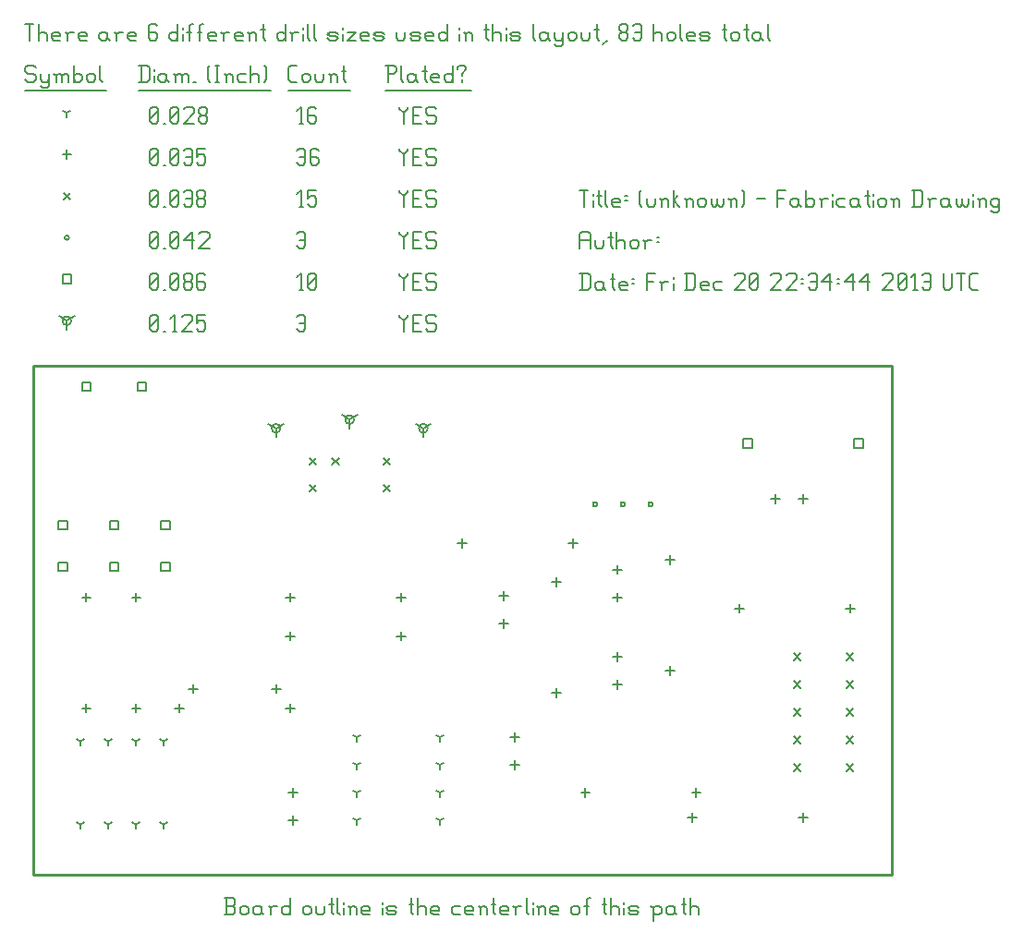
<source format=gbr>
G04 start of page 9 for group -3984 idx -3984 *
G04 Title: (unknown), fab *
G04 Creator: pcb 20110918 *
G04 CreationDate: Fri Dec 20 22:34:44 2013 UTC *
G04 For: fosse *
G04 Format: Gerber/RS-274X *
G04 PCB-Dimensions: 316500 193500 *
G04 PCB-Coordinate-Origin: lower left *
%MOIN*%
%FSLAX25Y25*%
%LNFAB*%
%ADD84C,0.0100*%
%ADD83C,0.0060*%
%ADD82C,0.0080*%
G54D82*X117000Y169083D02*Y165883D01*
Y169083D02*X119773Y170683D01*
X117000Y169083D02*X114227Y170683D01*
X115400Y169083D02*G75*G03X118600Y169083I1600J0D01*G01*
G75*G03X115400Y169083I-1600J0D01*G01*
X90425Y165933D02*Y162733D01*
Y165933D02*X93198Y167533D01*
X90425Y165933D02*X87652Y167533D01*
X88825Y165933D02*G75*G03X92025Y165933I1600J0D01*G01*
G75*G03X88825Y165933I-1600J0D01*G01*
X143575D02*Y162733D01*
Y165933D02*X146348Y167533D01*
X143575Y165933D02*X140802Y167533D01*
X141975Y165933D02*G75*G03X145175Y165933I1600J0D01*G01*
G75*G03X141975Y165933I-1600J0D01*G01*
X15000Y204750D02*Y201550D01*
Y204750D02*X17773Y206350D01*
X15000Y204750D02*X12227Y206350D01*
X13400Y204750D02*G75*G03X16600Y204750I1600J0D01*G01*
G75*G03X13400Y204750I-1600J0D01*G01*
G54D83*X135000Y207000D02*Y206250D01*
X136500Y204750D01*
X138000Y206250D01*
Y207000D02*Y206250D01*
X136500Y204750D02*Y201000D01*
X139800Y204000D02*X142050D01*
X139800Y201000D02*X142800D01*
X139800Y207000D02*Y201000D01*
Y207000D02*X142800D01*
X147600D02*X148350Y206250D01*
X145350Y207000D02*X147600D01*
X144600Y206250D02*X145350Y207000D01*
X144600Y206250D02*Y204750D01*
X145350Y204000D01*
X147600D01*
X148350Y203250D01*
Y201750D01*
X147600Y201000D02*X148350Y201750D01*
X145350Y201000D02*X147600D01*
X144600Y201750D02*X145350Y201000D01*
X98000Y206250D02*X98750Y207000D01*
X100250D01*
X101000Y206250D01*
Y201750D01*
X100250Y201000D02*X101000Y201750D01*
X98750Y201000D02*X100250D01*
X98000Y201750D02*X98750Y201000D01*
Y204000D02*X101000D01*
X45000Y201750D02*X45750Y201000D01*
X45000Y206250D02*Y201750D01*
Y206250D02*X45750Y207000D01*
X47250D01*
X48000Y206250D01*
Y201750D01*
X47250Y201000D02*X48000Y201750D01*
X45750Y201000D02*X47250D01*
X45000Y202500D02*X48000Y205500D01*
X49800Y201000D02*X50550D01*
X53100D02*X54600D01*
X53850Y207000D02*Y201000D01*
X52350Y205500D02*X53850Y207000D01*
X56400Y206250D02*X57150Y207000D01*
X59400D01*
X60150Y206250D01*
Y204750D01*
X56400Y201000D02*X60150Y204750D01*
X56400Y201000D02*X60150D01*
X61950Y207000D02*X64950D01*
X61950D02*Y204000D01*
X62700Y204750D01*
X64200D01*
X64950Y204000D01*
Y201750D01*
X64200Y201000D02*X64950Y201750D01*
X62700Y201000D02*X64200D01*
X61950Y201750D02*X62700Y201000D01*
X258900Y162100D02*X262100D01*
X258900D02*Y158900D01*
X262100D01*
Y162100D02*Y158900D01*
X298900Y162100D02*X302100D01*
X298900D02*Y158900D01*
X302100D01*
Y162100D02*Y158900D01*
X20400Y182600D02*X23600D01*
X20400D02*Y179400D01*
X23600D01*
Y182600D02*Y179400D01*
X40400Y182600D02*X43600D01*
X40400D02*Y179400D01*
X43600D01*
Y182600D02*Y179400D01*
X30400Y132600D02*X33600D01*
X30400D02*Y129400D01*
X33600D01*
Y132600D02*Y129400D01*
X11900Y132600D02*X15100D01*
X11900D02*Y129400D01*
X15100D01*
Y132600D02*Y129400D01*
X48900Y132600D02*X52100D01*
X48900D02*Y129400D01*
X52100D01*
Y132600D02*Y129400D01*
X11900Y117600D02*X15100D01*
X11900D02*Y114400D01*
X15100D01*
Y117600D02*Y114400D01*
X30400Y117600D02*X33600D01*
X30400D02*Y114400D01*
X33600D01*
Y117600D02*Y114400D01*
X48900Y117600D02*X52100D01*
X48900D02*Y114400D01*
X52100D01*
Y117600D02*Y114400D01*
X13400Y221350D02*X16600D01*
X13400D02*Y218150D01*
X16600D01*
Y221350D02*Y218150D01*
X135000Y222000D02*Y221250D01*
X136500Y219750D01*
X138000Y221250D01*
Y222000D02*Y221250D01*
X136500Y219750D02*Y216000D01*
X139800Y219000D02*X142050D01*
X139800Y216000D02*X142800D01*
X139800Y222000D02*Y216000D01*
Y222000D02*X142800D01*
X147600D02*X148350Y221250D01*
X145350Y222000D02*X147600D01*
X144600Y221250D02*X145350Y222000D01*
X144600Y221250D02*Y219750D01*
X145350Y219000D01*
X147600D01*
X148350Y218250D01*
Y216750D01*
X147600Y216000D02*X148350Y216750D01*
X145350Y216000D02*X147600D01*
X144600Y216750D02*X145350Y216000D01*
X98750D02*X100250D01*
X99500Y222000D02*Y216000D01*
X98000Y220500D02*X99500Y222000D01*
X102050Y216750D02*X102800Y216000D01*
X102050Y221250D02*Y216750D01*
Y221250D02*X102800Y222000D01*
X104300D01*
X105050Y221250D01*
Y216750D01*
X104300Y216000D02*X105050Y216750D01*
X102800Y216000D02*X104300D01*
X102050Y217500D02*X105050Y220500D01*
X45000Y216750D02*X45750Y216000D01*
X45000Y221250D02*Y216750D01*
Y221250D02*X45750Y222000D01*
X47250D01*
X48000Y221250D01*
Y216750D01*
X47250Y216000D02*X48000Y216750D01*
X45750Y216000D02*X47250D01*
X45000Y217500D02*X48000Y220500D01*
X49800Y216000D02*X50550D01*
X52350Y216750D02*X53100Y216000D01*
X52350Y221250D02*Y216750D01*
Y221250D02*X53100Y222000D01*
X54600D01*
X55350Y221250D01*
Y216750D01*
X54600Y216000D02*X55350Y216750D01*
X53100Y216000D02*X54600D01*
X52350Y217500D02*X55350Y220500D01*
X57150Y216750D02*X57900Y216000D01*
X57150Y218250D02*Y216750D01*
Y218250D02*X57900Y219000D01*
X59400D01*
X60150Y218250D01*
Y216750D01*
X59400Y216000D02*X60150Y216750D01*
X57900Y216000D02*X59400D01*
X57150Y219750D02*X57900Y219000D01*
X57150Y221250D02*Y219750D01*
Y221250D02*X57900Y222000D01*
X59400D01*
X60150Y221250D01*
Y219750D01*
X59400Y219000D02*X60150Y219750D01*
X64200Y222000D02*X64950Y221250D01*
X62700Y222000D02*X64200D01*
X61950Y221250D02*X62700Y222000D01*
X61950Y221250D02*Y216750D01*
X62700Y216000D01*
X64200Y219000D02*X64950Y218250D01*
X61950Y219000D02*X64200D01*
X62700Y216000D02*X64200D01*
X64950Y216750D01*
Y218250D02*Y216750D01*
X204700Y138500D02*G75*G03X206300Y138500I800J0D01*G01*
G75*G03X204700Y138500I-800J0D01*G01*
X214700D02*G75*G03X216300Y138500I800J0D01*G01*
G75*G03X214700Y138500I-800J0D01*G01*
X224700D02*G75*G03X226300Y138500I800J0D01*G01*
G75*G03X224700Y138500I-800J0D01*G01*
X14200Y234750D02*G75*G03X15800Y234750I800J0D01*G01*
G75*G03X14200Y234750I-800J0D01*G01*
X135000Y237000D02*Y236250D01*
X136500Y234750D01*
X138000Y236250D01*
Y237000D02*Y236250D01*
X136500Y234750D02*Y231000D01*
X139800Y234000D02*X142050D01*
X139800Y231000D02*X142800D01*
X139800Y237000D02*Y231000D01*
Y237000D02*X142800D01*
X147600D02*X148350Y236250D01*
X145350Y237000D02*X147600D01*
X144600Y236250D02*X145350Y237000D01*
X144600Y236250D02*Y234750D01*
X145350Y234000D01*
X147600D01*
X148350Y233250D01*
Y231750D01*
X147600Y231000D02*X148350Y231750D01*
X145350Y231000D02*X147600D01*
X144600Y231750D02*X145350Y231000D01*
X98000Y236250D02*X98750Y237000D01*
X100250D01*
X101000Y236250D01*
Y231750D01*
X100250Y231000D02*X101000Y231750D01*
X98750Y231000D02*X100250D01*
X98000Y231750D02*X98750Y231000D01*
Y234000D02*X101000D01*
X45000Y231750D02*X45750Y231000D01*
X45000Y236250D02*Y231750D01*
Y236250D02*X45750Y237000D01*
X47250D01*
X48000Y236250D01*
Y231750D01*
X47250Y231000D02*X48000Y231750D01*
X45750Y231000D02*X47250D01*
X45000Y232500D02*X48000Y235500D01*
X49800Y231000D02*X50550D01*
X52350Y231750D02*X53100Y231000D01*
X52350Y236250D02*Y231750D01*
Y236250D02*X53100Y237000D01*
X54600D01*
X55350Y236250D01*
Y231750D01*
X54600Y231000D02*X55350Y231750D01*
X53100Y231000D02*X54600D01*
X52350Y232500D02*X55350Y235500D01*
X57150Y234000D02*X60150Y237000D01*
X57150Y234000D02*X60900D01*
X60150Y237000D02*Y231000D01*
X62700Y236250D02*X63450Y237000D01*
X65700D01*
X66450Y236250D01*
Y234750D01*
X62700Y231000D02*X66450Y234750D01*
X62700Y231000D02*X66450D01*
X296300Y84700D02*X298700Y82300D01*
X296300D02*X298700Y84700D01*
X296300Y74700D02*X298700Y72300D01*
X296300D02*X298700Y74700D01*
X296300Y64700D02*X298700Y62300D01*
X296300D02*X298700Y64700D01*
X296300Y54700D02*X298700Y52300D01*
X296300D02*X298700Y54700D01*
X296300Y44700D02*X298700Y42300D01*
X296300D02*X298700Y44700D01*
X102414Y145480D02*X104814Y143080D01*
X102414D02*X104814Y145480D01*
X110682Y155322D02*X113082Y152922D01*
X110682D02*X113082Y155322D01*
X102414D02*X104814Y152922D01*
X102414D02*X104814Y155322D01*
X129186D02*X131586Y152922D01*
X129186D02*X131586Y155322D01*
X129186Y145480D02*X131586Y143080D01*
X129186D02*X131586Y145480D01*
X277300Y84700D02*X279700Y82300D01*
X277300D02*X279700Y84700D01*
X277300Y74700D02*X279700Y72300D01*
X277300D02*X279700Y74700D01*
X277300Y64700D02*X279700Y62300D01*
X277300D02*X279700Y64700D01*
X277300Y54700D02*X279700Y52300D01*
X277300D02*X279700Y54700D01*
X277300Y44700D02*X279700Y42300D01*
X277300D02*X279700Y44700D01*
X13800Y250950D02*X16200Y248550D01*
X13800D02*X16200Y250950D01*
X135000Y252000D02*Y251250D01*
X136500Y249750D01*
X138000Y251250D01*
Y252000D02*Y251250D01*
X136500Y249750D02*Y246000D01*
X139800Y249000D02*X142050D01*
X139800Y246000D02*X142800D01*
X139800Y252000D02*Y246000D01*
Y252000D02*X142800D01*
X147600D02*X148350Y251250D01*
X145350Y252000D02*X147600D01*
X144600Y251250D02*X145350Y252000D01*
X144600Y251250D02*Y249750D01*
X145350Y249000D01*
X147600D01*
X148350Y248250D01*
Y246750D01*
X147600Y246000D02*X148350Y246750D01*
X145350Y246000D02*X147600D01*
X144600Y246750D02*X145350Y246000D01*
X98750D02*X100250D01*
X99500Y252000D02*Y246000D01*
X98000Y250500D02*X99500Y252000D01*
X102050D02*X105050D01*
X102050D02*Y249000D01*
X102800Y249750D01*
X104300D01*
X105050Y249000D01*
Y246750D01*
X104300Y246000D02*X105050Y246750D01*
X102800Y246000D02*X104300D01*
X102050Y246750D02*X102800Y246000D01*
X45000Y246750D02*X45750Y246000D01*
X45000Y251250D02*Y246750D01*
Y251250D02*X45750Y252000D01*
X47250D01*
X48000Y251250D01*
Y246750D01*
X47250Y246000D02*X48000Y246750D01*
X45750Y246000D02*X47250D01*
X45000Y247500D02*X48000Y250500D01*
X49800Y246000D02*X50550D01*
X52350Y246750D02*X53100Y246000D01*
X52350Y251250D02*Y246750D01*
Y251250D02*X53100Y252000D01*
X54600D01*
X55350Y251250D01*
Y246750D01*
X54600Y246000D02*X55350Y246750D01*
X53100Y246000D02*X54600D01*
X52350Y247500D02*X55350Y250500D01*
X57150Y251250D02*X57900Y252000D01*
X59400D01*
X60150Y251250D01*
Y246750D01*
X59400Y246000D02*X60150Y246750D01*
X57900Y246000D02*X59400D01*
X57150Y246750D02*X57900Y246000D01*
Y249000D02*X60150D01*
X61950Y246750D02*X62700Y246000D01*
X61950Y248250D02*Y246750D01*
Y248250D02*X62700Y249000D01*
X64200D01*
X64950Y248250D01*
Y246750D01*
X64200Y246000D02*X64950Y246750D01*
X62700Y246000D02*X64200D01*
X61950Y249750D02*X62700Y249000D01*
X61950Y251250D02*Y249750D01*
Y251250D02*X62700Y252000D01*
X64200D01*
X64950Y251250D01*
Y249750D01*
X64200Y249000D02*X64950Y249750D01*
X270500Y142100D02*Y138900D01*
X268900Y140500D02*X272100D01*
X280500Y142100D02*Y138900D01*
X278900Y140500D02*X282100D01*
X191500Y72100D02*Y68900D01*
X189900Y70500D02*X193100D01*
X191500Y112100D02*Y108900D01*
X189900Y110500D02*X193100D01*
X172500Y97100D02*Y93900D01*
X170900Y95500D02*X174100D01*
X172500Y107100D02*Y103900D01*
X170900Y105500D02*X174100D01*
X96500Y26100D02*Y22900D01*
X94900Y24500D02*X98100D01*
X96500Y36100D02*Y32900D01*
X94900Y34500D02*X98100D01*
X40000Y106600D02*Y103400D01*
X38400Y105000D02*X41600D01*
X40000Y66600D02*Y63400D01*
X38400Y65000D02*X41600D01*
X176500Y46100D02*Y42900D01*
X174900Y44500D02*X178100D01*
X176500Y56100D02*Y52900D01*
X174900Y54500D02*X178100D01*
X157500Y126100D02*Y122900D01*
X155900Y124500D02*X159100D01*
X197500Y126100D02*Y122900D01*
X195900Y124500D02*X199100D01*
X60500Y73600D02*Y70400D01*
X58900Y72000D02*X62100D01*
X90500Y73600D02*Y70400D01*
X88900Y72000D02*X92100D01*
X213500Y106600D02*Y103400D01*
X211900Y105000D02*X215100D01*
X213500Y116600D02*Y113400D01*
X211900Y115000D02*X215100D01*
X232500Y80100D02*Y76900D01*
X230900Y78500D02*X234100D01*
X232500Y120100D02*Y116900D01*
X230900Y118500D02*X234100D01*
X213500Y75100D02*Y71900D01*
X211900Y73500D02*X215100D01*
X213500Y85100D02*Y81900D01*
X211900Y83500D02*X215100D01*
X22000Y106600D02*Y103400D01*
X20400Y105000D02*X23600D01*
X22000Y66600D02*Y63400D01*
X20400Y65000D02*X23600D01*
X202000Y36100D02*Y32900D01*
X200400Y34500D02*X203600D01*
X242000Y36100D02*Y32900D01*
X240400Y34500D02*X243600D01*
X135500Y106600D02*Y103400D01*
X133900Y105000D02*X137100D01*
X95500Y106600D02*Y103400D01*
X93900Y105000D02*X97100D01*
X135500Y92600D02*Y89400D01*
X133900Y91000D02*X137100D01*
X95500Y92600D02*Y89400D01*
X93900Y91000D02*X97100D01*
X55500Y66600D02*Y63400D01*
X53900Y65000D02*X57100D01*
X95500Y66600D02*Y63400D01*
X93900Y65000D02*X97100D01*
X257500Y102600D02*Y99400D01*
X255900Y101000D02*X259100D01*
X297500Y102600D02*Y99400D01*
X295900Y101000D02*X299100D01*
X240500Y27100D02*Y23900D01*
X238900Y25500D02*X242100D01*
X280500Y27100D02*Y23900D01*
X278900Y25500D02*X282100D01*
X15000Y266350D02*Y263150D01*
X13400Y264750D02*X16600D01*
X135000Y267000D02*Y266250D01*
X136500Y264750D01*
X138000Y266250D01*
Y267000D02*Y266250D01*
X136500Y264750D02*Y261000D01*
X139800Y264000D02*X142050D01*
X139800Y261000D02*X142800D01*
X139800Y267000D02*Y261000D01*
Y267000D02*X142800D01*
X147600D02*X148350Y266250D01*
X145350Y267000D02*X147600D01*
X144600Y266250D02*X145350Y267000D01*
X144600Y266250D02*Y264750D01*
X145350Y264000D01*
X147600D01*
X148350Y263250D01*
Y261750D01*
X147600Y261000D02*X148350Y261750D01*
X145350Y261000D02*X147600D01*
X144600Y261750D02*X145350Y261000D01*
X98000Y266250D02*X98750Y267000D01*
X100250D01*
X101000Y266250D01*
Y261750D01*
X100250Y261000D02*X101000Y261750D01*
X98750Y261000D02*X100250D01*
X98000Y261750D02*X98750Y261000D01*
Y264000D02*X101000D01*
X105050Y267000D02*X105800Y266250D01*
X103550Y267000D02*X105050D01*
X102800Y266250D02*X103550Y267000D01*
X102800Y266250D02*Y261750D01*
X103550Y261000D01*
X105050Y264000D02*X105800Y263250D01*
X102800Y264000D02*X105050D01*
X103550Y261000D02*X105050D01*
X105800Y261750D01*
Y263250D02*Y261750D01*
X45000D02*X45750Y261000D01*
X45000Y266250D02*Y261750D01*
Y266250D02*X45750Y267000D01*
X47250D01*
X48000Y266250D01*
Y261750D01*
X47250Y261000D02*X48000Y261750D01*
X45750Y261000D02*X47250D01*
X45000Y262500D02*X48000Y265500D01*
X49800Y261000D02*X50550D01*
X52350Y261750D02*X53100Y261000D01*
X52350Y266250D02*Y261750D01*
Y266250D02*X53100Y267000D01*
X54600D01*
X55350Y266250D01*
Y261750D01*
X54600Y261000D02*X55350Y261750D01*
X53100Y261000D02*X54600D01*
X52350Y262500D02*X55350Y265500D01*
X57150Y266250D02*X57900Y267000D01*
X59400D01*
X60150Y266250D01*
Y261750D01*
X59400Y261000D02*X60150Y261750D01*
X57900Y261000D02*X59400D01*
X57150Y261750D02*X57900Y261000D01*
Y264000D02*X60150D01*
X61950Y267000D02*X64950D01*
X61950D02*Y264000D01*
X62700Y264750D01*
X64200D01*
X64950Y264000D01*
Y261750D01*
X64200Y261000D02*X64950Y261750D01*
X62700Y261000D02*X64200D01*
X61950Y261750D02*X62700Y261000D01*
X50000Y53000D02*Y51400D01*
Y53000D02*X51387Y53800D01*
X50000Y53000D02*X48613Y53800D01*
X40000Y53000D02*Y51400D01*
Y53000D02*X41387Y53800D01*
X40000Y53000D02*X38613Y53800D01*
X30000Y53000D02*Y51400D01*
Y53000D02*X31387Y53800D01*
X30000Y53000D02*X28613Y53800D01*
X20000Y53000D02*Y51400D01*
Y53000D02*X21387Y53800D01*
X20000Y53000D02*X18613Y53800D01*
X20000Y23000D02*Y21400D01*
Y23000D02*X21387Y23800D01*
X20000Y23000D02*X18613Y23800D01*
X30000Y23000D02*Y21400D01*
Y23000D02*X31387Y23800D01*
X30000Y23000D02*X28613Y23800D01*
X40000Y23000D02*Y21400D01*
Y23000D02*X41387Y23800D01*
X40000Y23000D02*X38613Y23800D01*
X50000Y23000D02*Y21400D01*
Y23000D02*X51387Y23800D01*
X50000Y23000D02*X48613Y23800D01*
X119500Y54500D02*Y52900D01*
Y54500D02*X120887Y55300D01*
X119500Y54500D02*X118113Y55300D01*
X119500Y44500D02*Y42900D01*
Y44500D02*X120887Y45300D01*
X119500Y44500D02*X118113Y45300D01*
X119500Y34500D02*Y32900D01*
Y34500D02*X120887Y35300D01*
X119500Y34500D02*X118113Y35300D01*
X119500Y24500D02*Y22900D01*
Y24500D02*X120887Y25300D01*
X119500Y24500D02*X118113Y25300D01*
X149500Y24500D02*Y22900D01*
Y24500D02*X150887Y25300D01*
X149500Y24500D02*X148113Y25300D01*
X149500Y34500D02*Y32900D01*
Y34500D02*X150887Y35300D01*
X149500Y34500D02*X148113Y35300D01*
X149500Y44500D02*Y42900D01*
Y44500D02*X150887Y45300D01*
X149500Y44500D02*X148113Y45300D01*
X149500Y54500D02*Y52900D01*
Y54500D02*X150887Y55300D01*
X149500Y54500D02*X148113Y55300D01*
X15000Y279750D02*Y278150D01*
Y279750D02*X16387Y280550D01*
X15000Y279750D02*X13613Y280550D01*
X135000Y282000D02*Y281250D01*
X136500Y279750D01*
X138000Y281250D01*
Y282000D02*Y281250D01*
X136500Y279750D02*Y276000D01*
X139800Y279000D02*X142050D01*
X139800Y276000D02*X142800D01*
X139800Y282000D02*Y276000D01*
Y282000D02*X142800D01*
X147600D02*X148350Y281250D01*
X145350Y282000D02*X147600D01*
X144600Y281250D02*X145350Y282000D01*
X144600Y281250D02*Y279750D01*
X145350Y279000D01*
X147600D01*
X148350Y278250D01*
Y276750D01*
X147600Y276000D02*X148350Y276750D01*
X145350Y276000D02*X147600D01*
X144600Y276750D02*X145350Y276000D01*
X98750D02*X100250D01*
X99500Y282000D02*Y276000D01*
X98000Y280500D02*X99500Y282000D01*
X104300D02*X105050Y281250D01*
X102800Y282000D02*X104300D01*
X102050Y281250D02*X102800Y282000D01*
X102050Y281250D02*Y276750D01*
X102800Y276000D01*
X104300Y279000D02*X105050Y278250D01*
X102050Y279000D02*X104300D01*
X102800Y276000D02*X104300D01*
X105050Y276750D01*
Y278250D02*Y276750D01*
X45000D02*X45750Y276000D01*
X45000Y281250D02*Y276750D01*
Y281250D02*X45750Y282000D01*
X47250D01*
X48000Y281250D01*
Y276750D01*
X47250Y276000D02*X48000Y276750D01*
X45750Y276000D02*X47250D01*
X45000Y277500D02*X48000Y280500D01*
X49800Y276000D02*X50550D01*
X52350Y276750D02*X53100Y276000D01*
X52350Y281250D02*Y276750D01*
Y281250D02*X53100Y282000D01*
X54600D01*
X55350Y281250D01*
Y276750D01*
X54600Y276000D02*X55350Y276750D01*
X53100Y276000D02*X54600D01*
X52350Y277500D02*X55350Y280500D01*
X57150Y281250D02*X57900Y282000D01*
X60150D01*
X60900Y281250D01*
Y279750D01*
X57150Y276000D02*X60900Y279750D01*
X57150Y276000D02*X60900D01*
X62700Y276750D02*X63450Y276000D01*
X62700Y278250D02*Y276750D01*
Y278250D02*X63450Y279000D01*
X64950D01*
X65700Y278250D01*
Y276750D01*
X64950Y276000D02*X65700Y276750D01*
X63450Y276000D02*X64950D01*
X62700Y279750D02*X63450Y279000D01*
X62700Y281250D02*Y279750D01*
Y281250D02*X63450Y282000D01*
X64950D01*
X65700Y281250D01*
Y279750D01*
X64950Y279000D02*X65700Y279750D01*
X3000Y297000D02*X3750Y296250D01*
X750Y297000D02*X3000D01*
X0Y296250D02*X750Y297000D01*
X0Y296250D02*Y294750D01*
X750Y294000D01*
X3000D01*
X3750Y293250D01*
Y291750D01*
X3000Y291000D02*X3750Y291750D01*
X750Y291000D02*X3000D01*
X0Y291750D02*X750Y291000D01*
X5550Y294000D02*Y291750D01*
X6300Y291000D01*
X8550Y294000D02*Y289500D01*
X7800Y288750D02*X8550Y289500D01*
X6300Y288750D02*X7800D01*
X5550Y289500D02*X6300Y288750D01*
Y291000D02*X7800D01*
X8550Y291750D01*
X11100Y293250D02*Y291000D01*
Y293250D02*X11850Y294000D01*
X12600D01*
X13350Y293250D01*
Y291000D01*
Y293250D02*X14100Y294000D01*
X14850D01*
X15600Y293250D01*
Y291000D01*
X10350Y294000D02*X11100Y293250D01*
X17400Y297000D02*Y291000D01*
Y291750D02*X18150Y291000D01*
X19650D01*
X20400Y291750D01*
Y293250D02*Y291750D01*
X19650Y294000D02*X20400Y293250D01*
X18150Y294000D02*X19650D01*
X17400Y293250D02*X18150Y294000D01*
X22200Y293250D02*Y291750D01*
Y293250D02*X22950Y294000D01*
X24450D01*
X25200Y293250D01*
Y291750D01*
X24450Y291000D02*X25200Y291750D01*
X22950Y291000D02*X24450D01*
X22200Y291750D02*X22950Y291000D01*
X27000Y297000D02*Y291750D01*
X27750Y291000D01*
X0Y287750D02*X29250D01*
X41750Y297000D02*Y291000D01*
X44000Y297000D02*X44750Y296250D01*
Y291750D01*
X44000Y291000D02*X44750Y291750D01*
X41000Y291000D02*X44000D01*
X41000Y297000D02*X44000D01*
X46550Y295500D02*Y294750D01*
Y293250D02*Y291000D01*
X50300Y294000D02*X51050Y293250D01*
X48800Y294000D02*X50300D01*
X48050Y293250D02*X48800Y294000D01*
X48050Y293250D02*Y291750D01*
X48800Y291000D01*
X51050Y294000D02*Y291750D01*
X51800Y291000D01*
X48800D02*X50300D01*
X51050Y291750D01*
X54350Y293250D02*Y291000D01*
Y293250D02*X55100Y294000D01*
X55850D01*
X56600Y293250D01*
Y291000D01*
Y293250D02*X57350Y294000D01*
X58100D01*
X58850Y293250D01*
Y291000D01*
X53600Y294000D02*X54350Y293250D01*
X60650Y291000D02*X61400D01*
X65900Y291750D02*X66650Y291000D01*
X65900Y296250D02*X66650Y297000D01*
X65900Y296250D02*Y291750D01*
X68450Y297000D02*X69950D01*
X69200D02*Y291000D01*
X68450D02*X69950D01*
X72500Y293250D02*Y291000D01*
Y293250D02*X73250Y294000D01*
X74000D01*
X74750Y293250D01*
Y291000D01*
X71750Y294000D02*X72500Y293250D01*
X77300Y294000D02*X79550D01*
X76550Y293250D02*X77300Y294000D01*
X76550Y293250D02*Y291750D01*
X77300Y291000D01*
X79550D01*
X81350Y297000D02*Y291000D01*
Y293250D02*X82100Y294000D01*
X83600D01*
X84350Y293250D01*
Y291000D01*
X86150Y297000D02*X86900Y296250D01*
Y291750D01*
X86150Y291000D02*X86900Y291750D01*
X41000Y287750D02*X88700D01*
X95750Y291000D02*X98000D01*
X95000Y291750D02*X95750Y291000D01*
X95000Y296250D02*Y291750D01*
Y296250D02*X95750Y297000D01*
X98000D01*
X99800Y293250D02*Y291750D01*
Y293250D02*X100550Y294000D01*
X102050D01*
X102800Y293250D01*
Y291750D01*
X102050Y291000D02*X102800Y291750D01*
X100550Y291000D02*X102050D01*
X99800Y291750D02*X100550Y291000D01*
X104600Y294000D02*Y291750D01*
X105350Y291000D01*
X106850D01*
X107600Y291750D01*
Y294000D02*Y291750D01*
X110150Y293250D02*Y291000D01*
Y293250D02*X110900Y294000D01*
X111650D01*
X112400Y293250D01*
Y291000D01*
X109400Y294000D02*X110150Y293250D01*
X114950Y297000D02*Y291750D01*
X115700Y291000D01*
X114200Y294750D02*X115700D01*
X95000Y287750D02*X117200D01*
X130750Y297000D02*Y291000D01*
X130000Y297000D02*X133000D01*
X133750Y296250D01*
Y294750D01*
X133000Y294000D02*X133750Y294750D01*
X130750Y294000D02*X133000D01*
X135550Y297000D02*Y291750D01*
X136300Y291000D01*
X140050Y294000D02*X140800Y293250D01*
X138550Y294000D02*X140050D01*
X137800Y293250D02*X138550Y294000D01*
X137800Y293250D02*Y291750D01*
X138550Y291000D01*
X140800Y294000D02*Y291750D01*
X141550Y291000D01*
X138550D02*X140050D01*
X140800Y291750D01*
X144100Y297000D02*Y291750D01*
X144850Y291000D01*
X143350Y294750D02*X144850D01*
X147100Y291000D02*X149350D01*
X146350Y291750D02*X147100Y291000D01*
X146350Y293250D02*Y291750D01*
Y293250D02*X147100Y294000D01*
X148600D01*
X149350Y293250D01*
X146350Y292500D02*X149350D01*
Y293250D02*Y292500D01*
X154150Y297000D02*Y291000D01*
X153400D02*X154150Y291750D01*
X151900Y291000D02*X153400D01*
X151150Y291750D02*X151900Y291000D01*
X151150Y293250D02*Y291750D01*
Y293250D02*X151900Y294000D01*
X153400D01*
X154150Y293250D01*
X157450Y294000D02*Y293250D01*
Y291750D02*Y291000D01*
X155950Y296250D02*Y295500D01*
Y296250D02*X156700Y297000D01*
X158200D01*
X158950Y296250D01*
Y295500D01*
X157450Y294000D02*X158950Y295500D01*
X130000Y287750D02*X160750D01*
X0Y312000D02*X3000D01*
X1500D02*Y306000D01*
X4800Y312000D02*Y306000D01*
Y308250D02*X5550Y309000D01*
X7050D01*
X7800Y308250D01*
Y306000D01*
X10350D02*X12600D01*
X9600Y306750D02*X10350Y306000D01*
X9600Y308250D02*Y306750D01*
Y308250D02*X10350Y309000D01*
X11850D01*
X12600Y308250D01*
X9600Y307500D02*X12600D01*
Y308250D02*Y307500D01*
X15150Y308250D02*Y306000D01*
Y308250D02*X15900Y309000D01*
X17400D01*
X14400D02*X15150Y308250D01*
X19950Y306000D02*X22200D01*
X19200Y306750D02*X19950Y306000D01*
X19200Y308250D02*Y306750D01*
Y308250D02*X19950Y309000D01*
X21450D01*
X22200Y308250D01*
X19200Y307500D02*X22200D01*
Y308250D02*Y307500D01*
X28950Y309000D02*X29700Y308250D01*
X27450Y309000D02*X28950D01*
X26700Y308250D02*X27450Y309000D01*
X26700Y308250D02*Y306750D01*
X27450Y306000D01*
X29700Y309000D02*Y306750D01*
X30450Y306000D01*
X27450D02*X28950D01*
X29700Y306750D01*
X33000Y308250D02*Y306000D01*
Y308250D02*X33750Y309000D01*
X35250D01*
X32250D02*X33000Y308250D01*
X37800Y306000D02*X40050D01*
X37050Y306750D02*X37800Y306000D01*
X37050Y308250D02*Y306750D01*
Y308250D02*X37800Y309000D01*
X39300D01*
X40050Y308250D01*
X37050Y307500D02*X40050D01*
Y308250D02*Y307500D01*
X46800Y312000D02*X47550Y311250D01*
X45300Y312000D02*X46800D01*
X44550Y311250D02*X45300Y312000D01*
X44550Y311250D02*Y306750D01*
X45300Y306000D01*
X46800Y309000D02*X47550Y308250D01*
X44550Y309000D02*X46800D01*
X45300Y306000D02*X46800D01*
X47550Y306750D01*
Y308250D02*Y306750D01*
X55050Y312000D02*Y306000D01*
X54300D02*X55050Y306750D01*
X52800Y306000D02*X54300D01*
X52050Y306750D02*X52800Y306000D01*
X52050Y308250D02*Y306750D01*
Y308250D02*X52800Y309000D01*
X54300D01*
X55050Y308250D01*
X56850Y310500D02*Y309750D01*
Y308250D02*Y306000D01*
X59100Y311250D02*Y306000D01*
Y311250D02*X59850Y312000D01*
X60600D01*
X58350Y309000D02*X59850D01*
X62850Y311250D02*Y306000D01*
Y311250D02*X63600Y312000D01*
X64350D01*
X62100Y309000D02*X63600D01*
X66600Y306000D02*X68850D01*
X65850Y306750D02*X66600Y306000D01*
X65850Y308250D02*Y306750D01*
Y308250D02*X66600Y309000D01*
X68100D01*
X68850Y308250D01*
X65850Y307500D02*X68850D01*
Y308250D02*Y307500D01*
X71400Y308250D02*Y306000D01*
Y308250D02*X72150Y309000D01*
X73650D01*
X70650D02*X71400Y308250D01*
X76200Y306000D02*X78450D01*
X75450Y306750D02*X76200Y306000D01*
X75450Y308250D02*Y306750D01*
Y308250D02*X76200Y309000D01*
X77700D01*
X78450Y308250D01*
X75450Y307500D02*X78450D01*
Y308250D02*Y307500D01*
X81000Y308250D02*Y306000D01*
Y308250D02*X81750Y309000D01*
X82500D01*
X83250Y308250D01*
Y306000D01*
X80250Y309000D02*X81000Y308250D01*
X85800Y312000D02*Y306750D01*
X86550Y306000D01*
X85050Y309750D02*X86550D01*
X93750Y312000D02*Y306000D01*
X93000D02*X93750Y306750D01*
X91500Y306000D02*X93000D01*
X90750Y306750D02*X91500Y306000D01*
X90750Y308250D02*Y306750D01*
Y308250D02*X91500Y309000D01*
X93000D01*
X93750Y308250D01*
X96300D02*Y306000D01*
Y308250D02*X97050Y309000D01*
X98550D01*
X95550D02*X96300Y308250D01*
X100350Y310500D02*Y309750D01*
Y308250D02*Y306000D01*
X101850Y312000D02*Y306750D01*
X102600Y306000D01*
X104100Y312000D02*Y306750D01*
X104850Y306000D01*
X109800D02*X112050D01*
X112800Y306750D01*
X112050Y307500D02*X112800Y306750D01*
X109800Y307500D02*X112050D01*
X109050Y308250D02*X109800Y307500D01*
X109050Y308250D02*X109800Y309000D01*
X112050D01*
X112800Y308250D01*
X109050Y306750D02*X109800Y306000D01*
X114600Y310500D02*Y309750D01*
Y308250D02*Y306000D01*
X116100Y309000D02*X119100D01*
X116100Y306000D02*X119100Y309000D01*
X116100Y306000D02*X119100D01*
X121650D02*X123900D01*
X120900Y306750D02*X121650Y306000D01*
X120900Y308250D02*Y306750D01*
Y308250D02*X121650Y309000D01*
X123150D01*
X123900Y308250D01*
X120900Y307500D02*X123900D01*
Y308250D02*Y307500D01*
X126450Y306000D02*X128700D01*
X129450Y306750D01*
X128700Y307500D02*X129450Y306750D01*
X126450Y307500D02*X128700D01*
X125700Y308250D02*X126450Y307500D01*
X125700Y308250D02*X126450Y309000D01*
X128700D01*
X129450Y308250D01*
X125700Y306750D02*X126450Y306000D01*
X133950Y309000D02*Y306750D01*
X134700Y306000D01*
X136200D01*
X136950Y306750D01*
Y309000D02*Y306750D01*
X139500Y306000D02*X141750D01*
X142500Y306750D01*
X141750Y307500D02*X142500Y306750D01*
X139500Y307500D02*X141750D01*
X138750Y308250D02*X139500Y307500D01*
X138750Y308250D02*X139500Y309000D01*
X141750D01*
X142500Y308250D01*
X138750Y306750D02*X139500Y306000D01*
X145050D02*X147300D01*
X144300Y306750D02*X145050Y306000D01*
X144300Y308250D02*Y306750D01*
Y308250D02*X145050Y309000D01*
X146550D01*
X147300Y308250D01*
X144300Y307500D02*X147300D01*
Y308250D02*Y307500D01*
X152100Y312000D02*Y306000D01*
X151350D02*X152100Y306750D01*
X149850Y306000D02*X151350D01*
X149100Y306750D02*X149850Y306000D01*
X149100Y308250D02*Y306750D01*
Y308250D02*X149850Y309000D01*
X151350D01*
X152100Y308250D01*
X156600Y310500D02*Y309750D01*
Y308250D02*Y306000D01*
X158850Y308250D02*Y306000D01*
Y308250D02*X159600Y309000D01*
X160350D01*
X161100Y308250D01*
Y306000D01*
X158100Y309000D02*X158850Y308250D01*
X166350Y312000D02*Y306750D01*
X167100Y306000D01*
X165600Y309750D02*X167100D01*
X168600Y312000D02*Y306000D01*
Y308250D02*X169350Y309000D01*
X170850D01*
X171600Y308250D01*
Y306000D01*
X173400Y310500D02*Y309750D01*
Y308250D02*Y306000D01*
X175650D02*X177900D01*
X178650Y306750D01*
X177900Y307500D02*X178650Y306750D01*
X175650Y307500D02*X177900D01*
X174900Y308250D02*X175650Y307500D01*
X174900Y308250D02*X175650Y309000D01*
X177900D01*
X178650Y308250D01*
X174900Y306750D02*X175650Y306000D01*
X183150Y312000D02*Y306750D01*
X183900Y306000D01*
X187650Y309000D02*X188400Y308250D01*
X186150Y309000D02*X187650D01*
X185400Y308250D02*X186150Y309000D01*
X185400Y308250D02*Y306750D01*
X186150Y306000D01*
X188400Y309000D02*Y306750D01*
X189150Y306000D01*
X186150D02*X187650D01*
X188400Y306750D01*
X190950Y309000D02*Y306750D01*
X191700Y306000D01*
X193950Y309000D02*Y304500D01*
X193200Y303750D02*X193950Y304500D01*
X191700Y303750D02*X193200D01*
X190950Y304500D02*X191700Y303750D01*
Y306000D02*X193200D01*
X193950Y306750D01*
X195750Y308250D02*Y306750D01*
Y308250D02*X196500Y309000D01*
X198000D01*
X198750Y308250D01*
Y306750D01*
X198000Y306000D02*X198750Y306750D01*
X196500Y306000D02*X198000D01*
X195750Y306750D02*X196500Y306000D01*
X200550Y309000D02*Y306750D01*
X201300Y306000D01*
X202800D01*
X203550Y306750D01*
Y309000D02*Y306750D01*
X206100Y312000D02*Y306750D01*
X206850Y306000D01*
X205350Y309750D02*X206850D01*
X208350Y304500D02*X209850Y306000D01*
X214350Y306750D02*X215100Y306000D01*
X214350Y308250D02*Y306750D01*
Y308250D02*X215100Y309000D01*
X216600D01*
X217350Y308250D01*
Y306750D01*
X216600Y306000D02*X217350Y306750D01*
X215100Y306000D02*X216600D01*
X214350Y309750D02*X215100Y309000D01*
X214350Y311250D02*Y309750D01*
Y311250D02*X215100Y312000D01*
X216600D01*
X217350Y311250D01*
Y309750D01*
X216600Y309000D02*X217350Y309750D01*
X219150Y311250D02*X219900Y312000D01*
X221400D01*
X222150Y311250D01*
Y306750D01*
X221400Y306000D02*X222150Y306750D01*
X219900Y306000D02*X221400D01*
X219150Y306750D02*X219900Y306000D01*
Y309000D02*X222150D01*
X226650Y312000D02*Y306000D01*
Y308250D02*X227400Y309000D01*
X228900D01*
X229650Y308250D01*
Y306000D01*
X231450Y308250D02*Y306750D01*
Y308250D02*X232200Y309000D01*
X233700D01*
X234450Y308250D01*
Y306750D01*
X233700Y306000D02*X234450Y306750D01*
X232200Y306000D02*X233700D01*
X231450Y306750D02*X232200Y306000D01*
X236250Y312000D02*Y306750D01*
X237000Y306000D01*
X239250D02*X241500D01*
X238500Y306750D02*X239250Y306000D01*
X238500Y308250D02*Y306750D01*
Y308250D02*X239250Y309000D01*
X240750D01*
X241500Y308250D01*
X238500Y307500D02*X241500D01*
Y308250D02*Y307500D01*
X244050Y306000D02*X246300D01*
X247050Y306750D01*
X246300Y307500D02*X247050Y306750D01*
X244050Y307500D02*X246300D01*
X243300Y308250D02*X244050Y307500D01*
X243300Y308250D02*X244050Y309000D01*
X246300D01*
X247050Y308250D01*
X243300Y306750D02*X244050Y306000D01*
X252300Y312000D02*Y306750D01*
X253050Y306000D01*
X251550Y309750D02*X253050D01*
X254550Y308250D02*Y306750D01*
Y308250D02*X255300Y309000D01*
X256800D01*
X257550Y308250D01*
Y306750D01*
X256800Y306000D02*X257550Y306750D01*
X255300Y306000D02*X256800D01*
X254550Y306750D02*X255300Y306000D01*
X260100Y312000D02*Y306750D01*
X260850Y306000D01*
X259350Y309750D02*X260850D01*
X264600Y309000D02*X265350Y308250D01*
X263100Y309000D02*X264600D01*
X262350Y308250D02*X263100Y309000D01*
X262350Y308250D02*Y306750D01*
X263100Y306000D01*
X265350Y309000D02*Y306750D01*
X266100Y306000D01*
X263100D02*X264600D01*
X265350Y306750D01*
X267900Y312000D02*Y306750D01*
X268650Y306000D01*
G54D84*X3000Y188500D02*X312500D01*
Y5000D01*
X3000D01*
Y188500D01*
G54D83*X71925Y-9500D02*X74925D01*
X75675Y-8750D01*
Y-7250D02*Y-8750D01*
X74925Y-6500D02*X75675Y-7250D01*
X72675Y-6500D02*X74925D01*
X72675Y-3500D02*Y-9500D01*
X71925Y-3500D02*X74925D01*
X75675Y-4250D01*
Y-5750D01*
X74925Y-6500D02*X75675Y-5750D01*
X77475Y-7250D02*Y-8750D01*
Y-7250D02*X78225Y-6500D01*
X79725D01*
X80475Y-7250D01*
Y-8750D01*
X79725Y-9500D02*X80475Y-8750D01*
X78225Y-9500D02*X79725D01*
X77475Y-8750D02*X78225Y-9500D01*
X84525Y-6500D02*X85275Y-7250D01*
X83025Y-6500D02*X84525D01*
X82275Y-7250D02*X83025Y-6500D01*
X82275Y-7250D02*Y-8750D01*
X83025Y-9500D01*
X85275Y-6500D02*Y-8750D01*
X86025Y-9500D01*
X83025D02*X84525D01*
X85275Y-8750D01*
X88575Y-7250D02*Y-9500D01*
Y-7250D02*X89325Y-6500D01*
X90825D01*
X87825D02*X88575Y-7250D01*
X95625Y-3500D02*Y-9500D01*
X94875D02*X95625Y-8750D01*
X93375Y-9500D02*X94875D01*
X92625Y-8750D02*X93375Y-9500D01*
X92625Y-7250D02*Y-8750D01*
Y-7250D02*X93375Y-6500D01*
X94875D01*
X95625Y-7250D01*
X100125D02*Y-8750D01*
Y-7250D02*X100875Y-6500D01*
X102375D01*
X103125Y-7250D01*
Y-8750D01*
X102375Y-9500D02*X103125Y-8750D01*
X100875Y-9500D02*X102375D01*
X100125Y-8750D02*X100875Y-9500D01*
X104925Y-6500D02*Y-8750D01*
X105675Y-9500D01*
X107175D01*
X107925Y-8750D01*
Y-6500D02*Y-8750D01*
X110475Y-3500D02*Y-8750D01*
X111225Y-9500D01*
X109725Y-5750D02*X111225D01*
X112725Y-3500D02*Y-8750D01*
X113475Y-9500D01*
X114975Y-5000D02*Y-5750D01*
Y-7250D02*Y-9500D01*
X117225Y-7250D02*Y-9500D01*
Y-7250D02*X117975Y-6500D01*
X118725D01*
X119475Y-7250D01*
Y-9500D01*
X116475Y-6500D02*X117225Y-7250D01*
X122025Y-9500D02*X124275D01*
X121275Y-8750D02*X122025Y-9500D01*
X121275Y-7250D02*Y-8750D01*
Y-7250D02*X122025Y-6500D01*
X123525D01*
X124275Y-7250D01*
X121275Y-8000D02*X124275D01*
Y-7250D02*Y-8000D01*
X128775Y-5000D02*Y-5750D01*
Y-7250D02*Y-9500D01*
X131025D02*X133275D01*
X134025Y-8750D01*
X133275Y-8000D02*X134025Y-8750D01*
X131025Y-8000D02*X133275D01*
X130275Y-7250D02*X131025Y-8000D01*
X130275Y-7250D02*X131025Y-6500D01*
X133275D01*
X134025Y-7250D01*
X130275Y-8750D02*X131025Y-9500D01*
X139275Y-3500D02*Y-8750D01*
X140025Y-9500D01*
X138525Y-5750D02*X140025D01*
X141525Y-3500D02*Y-9500D01*
Y-7250D02*X142275Y-6500D01*
X143775D01*
X144525Y-7250D01*
Y-9500D01*
X147075D02*X149325D01*
X146325Y-8750D02*X147075Y-9500D01*
X146325Y-7250D02*Y-8750D01*
Y-7250D02*X147075Y-6500D01*
X148575D01*
X149325Y-7250D01*
X146325Y-8000D02*X149325D01*
Y-7250D02*Y-8000D01*
X154575Y-6500D02*X156825D01*
X153825Y-7250D02*X154575Y-6500D01*
X153825Y-7250D02*Y-8750D01*
X154575Y-9500D01*
X156825D01*
X159375D02*X161625D01*
X158625Y-8750D02*X159375Y-9500D01*
X158625Y-7250D02*Y-8750D01*
Y-7250D02*X159375Y-6500D01*
X160875D01*
X161625Y-7250D01*
X158625Y-8000D02*X161625D01*
Y-7250D02*Y-8000D01*
X164175Y-7250D02*Y-9500D01*
Y-7250D02*X164925Y-6500D01*
X165675D01*
X166425Y-7250D01*
Y-9500D01*
X163425Y-6500D02*X164175Y-7250D01*
X168975Y-3500D02*Y-8750D01*
X169725Y-9500D01*
X168225Y-5750D02*X169725D01*
X171975Y-9500D02*X174225D01*
X171225Y-8750D02*X171975Y-9500D01*
X171225Y-7250D02*Y-8750D01*
Y-7250D02*X171975Y-6500D01*
X173475D01*
X174225Y-7250D01*
X171225Y-8000D02*X174225D01*
Y-7250D02*Y-8000D01*
X176775Y-7250D02*Y-9500D01*
Y-7250D02*X177525Y-6500D01*
X179025D01*
X176025D02*X176775Y-7250D01*
X180825Y-3500D02*Y-8750D01*
X181575Y-9500D01*
X183075Y-5000D02*Y-5750D01*
Y-7250D02*Y-9500D01*
X185325Y-7250D02*Y-9500D01*
Y-7250D02*X186075Y-6500D01*
X186825D01*
X187575Y-7250D01*
Y-9500D01*
X184575Y-6500D02*X185325Y-7250D01*
X190125Y-9500D02*X192375D01*
X189375Y-8750D02*X190125Y-9500D01*
X189375Y-7250D02*Y-8750D01*
Y-7250D02*X190125Y-6500D01*
X191625D01*
X192375Y-7250D01*
X189375Y-8000D02*X192375D01*
Y-7250D02*Y-8000D01*
X196875Y-7250D02*Y-8750D01*
Y-7250D02*X197625Y-6500D01*
X199125D01*
X199875Y-7250D01*
Y-8750D01*
X199125Y-9500D02*X199875Y-8750D01*
X197625Y-9500D02*X199125D01*
X196875Y-8750D02*X197625Y-9500D01*
X202425Y-4250D02*Y-9500D01*
Y-4250D02*X203175Y-3500D01*
X203925D01*
X201675Y-6500D02*X203175D01*
X208875Y-3500D02*Y-8750D01*
X209625Y-9500D01*
X208125Y-5750D02*X209625D01*
X211125Y-3500D02*Y-9500D01*
Y-7250D02*X211875Y-6500D01*
X213375D01*
X214125Y-7250D01*
Y-9500D01*
X215925Y-5000D02*Y-5750D01*
Y-7250D02*Y-9500D01*
X218175D02*X220425D01*
X221175Y-8750D01*
X220425Y-8000D02*X221175Y-8750D01*
X218175Y-8000D02*X220425D01*
X217425Y-7250D02*X218175Y-8000D01*
X217425Y-7250D02*X218175Y-6500D01*
X220425D01*
X221175Y-7250D01*
X217425Y-8750D02*X218175Y-9500D01*
X226425Y-7250D02*Y-11750D01*
X225675Y-6500D02*X226425Y-7250D01*
X227175Y-6500D01*
X228675D01*
X229425Y-7250D01*
Y-8750D01*
X228675Y-9500D02*X229425Y-8750D01*
X227175Y-9500D02*X228675D01*
X226425Y-8750D02*X227175Y-9500D01*
X233475Y-6500D02*X234225Y-7250D01*
X231975Y-6500D02*X233475D01*
X231225Y-7250D02*X231975Y-6500D01*
X231225Y-7250D02*Y-8750D01*
X231975Y-9500D01*
X234225Y-6500D02*Y-8750D01*
X234975Y-9500D01*
X231975D02*X233475D01*
X234225Y-8750D01*
X237525Y-3500D02*Y-8750D01*
X238275Y-9500D01*
X236775Y-5750D02*X238275D01*
X239775Y-3500D02*Y-9500D01*
Y-7250D02*X240525Y-6500D01*
X242025D01*
X242775Y-7250D01*
Y-9500D01*
X200750Y222000D02*Y216000D01*
X203000Y222000D02*X203750Y221250D01*
Y216750D01*
X203000Y216000D02*X203750Y216750D01*
X200000Y216000D02*X203000D01*
X200000Y222000D02*X203000D01*
X207800Y219000D02*X208550Y218250D01*
X206300Y219000D02*X207800D01*
X205550Y218250D02*X206300Y219000D01*
X205550Y218250D02*Y216750D01*
X206300Y216000D01*
X208550Y219000D02*Y216750D01*
X209300Y216000D01*
X206300D02*X207800D01*
X208550Y216750D01*
X211850Y222000D02*Y216750D01*
X212600Y216000D01*
X211100Y219750D02*X212600D01*
X214850Y216000D02*X217100D01*
X214100Y216750D02*X214850Y216000D01*
X214100Y218250D02*Y216750D01*
Y218250D02*X214850Y219000D01*
X216350D01*
X217100Y218250D01*
X214100Y217500D02*X217100D01*
Y218250D02*Y217500D01*
X218900Y219750D02*X219650D01*
X218900Y218250D02*X219650D01*
X224150Y222000D02*Y216000D01*
Y222000D02*X227150D01*
X224150Y219000D02*X226400D01*
X229700Y218250D02*Y216000D01*
Y218250D02*X230450Y219000D01*
X231950D01*
X228950D02*X229700Y218250D01*
X233750Y220500D02*Y219750D01*
Y218250D02*Y216000D01*
X238700Y222000D02*Y216000D01*
X240950Y222000D02*X241700Y221250D01*
Y216750D01*
X240950Y216000D02*X241700Y216750D01*
X237950Y216000D02*X240950D01*
X237950Y222000D02*X240950D01*
X244250Y216000D02*X246500D01*
X243500Y216750D02*X244250Y216000D01*
X243500Y218250D02*Y216750D01*
Y218250D02*X244250Y219000D01*
X245750D01*
X246500Y218250D01*
X243500Y217500D02*X246500D01*
Y218250D02*Y217500D01*
X249050Y219000D02*X251300D01*
X248300Y218250D02*X249050Y219000D01*
X248300Y218250D02*Y216750D01*
X249050Y216000D01*
X251300D01*
X255800Y221250D02*X256550Y222000D01*
X258800D01*
X259550Y221250D01*
Y219750D01*
X255800Y216000D02*X259550Y219750D01*
X255800Y216000D02*X259550D01*
X261350Y216750D02*X262100Y216000D01*
X261350Y221250D02*Y216750D01*
Y221250D02*X262100Y222000D01*
X263600D01*
X264350Y221250D01*
Y216750D01*
X263600Y216000D02*X264350Y216750D01*
X262100Y216000D02*X263600D01*
X261350Y217500D02*X264350Y220500D01*
X268850Y221250D02*X269600Y222000D01*
X271850D01*
X272600Y221250D01*
Y219750D01*
X268850Y216000D02*X272600Y219750D01*
X268850Y216000D02*X272600D01*
X274400Y221250D02*X275150Y222000D01*
X277400D01*
X278150Y221250D01*
Y219750D01*
X274400Y216000D02*X278150Y219750D01*
X274400Y216000D02*X278150D01*
X279950Y219750D02*X280700D01*
X279950Y218250D02*X280700D01*
X282500Y221250D02*X283250Y222000D01*
X284750D01*
X285500Y221250D01*
Y216750D01*
X284750Y216000D02*X285500Y216750D01*
X283250Y216000D02*X284750D01*
X282500Y216750D02*X283250Y216000D01*
Y219000D02*X285500D01*
X287300D02*X290300Y222000D01*
X287300Y219000D02*X291050D01*
X290300Y222000D02*Y216000D01*
X292850Y219750D02*X293600D01*
X292850Y218250D02*X293600D01*
X295400Y219000D02*X298400Y222000D01*
X295400Y219000D02*X299150D01*
X298400Y222000D02*Y216000D01*
X300950Y219000D02*X303950Y222000D01*
X300950Y219000D02*X304700D01*
X303950Y222000D02*Y216000D01*
X309200Y221250D02*X309950Y222000D01*
X312200D01*
X312950Y221250D01*
Y219750D01*
X309200Y216000D02*X312950Y219750D01*
X309200Y216000D02*X312950D01*
X314750Y216750D02*X315500Y216000D01*
X314750Y221250D02*Y216750D01*
Y221250D02*X315500Y222000D01*
X317000D01*
X317750Y221250D01*
Y216750D01*
X317000Y216000D02*X317750Y216750D01*
X315500Y216000D02*X317000D01*
X314750Y217500D02*X317750Y220500D01*
X320300Y216000D02*X321800D01*
X321050Y222000D02*Y216000D01*
X319550Y220500D02*X321050Y222000D01*
X323600Y221250D02*X324350Y222000D01*
X325850D01*
X326600Y221250D01*
Y216750D01*
X325850Y216000D02*X326600Y216750D01*
X324350Y216000D02*X325850D01*
X323600Y216750D02*X324350Y216000D01*
Y219000D02*X326600D01*
X331100Y222000D02*Y216750D01*
X331850Y216000D01*
X333350D01*
X334100Y216750D01*
Y222000D02*Y216750D01*
X335900Y222000D02*X338900D01*
X337400D02*Y216000D01*
X341450D02*X343700D01*
X340700Y216750D02*X341450Y216000D01*
X340700Y221250D02*Y216750D01*
Y221250D02*X341450Y222000D01*
X343700D01*
X200000Y236250D02*Y231000D01*
Y236250D02*X200750Y237000D01*
X203000D01*
X203750Y236250D01*
Y231000D01*
X200000Y234000D02*X203750D01*
X205550D02*Y231750D01*
X206300Y231000D01*
X207800D01*
X208550Y231750D01*
Y234000D02*Y231750D01*
X211100Y237000D02*Y231750D01*
X211850Y231000D01*
X210350Y234750D02*X211850D01*
X213350Y237000D02*Y231000D01*
Y233250D02*X214100Y234000D01*
X215600D01*
X216350Y233250D01*
Y231000D01*
X218150Y233250D02*Y231750D01*
Y233250D02*X218900Y234000D01*
X220400D01*
X221150Y233250D01*
Y231750D01*
X220400Y231000D02*X221150Y231750D01*
X218900Y231000D02*X220400D01*
X218150Y231750D02*X218900Y231000D01*
X223700Y233250D02*Y231000D01*
Y233250D02*X224450Y234000D01*
X225950D01*
X222950D02*X223700Y233250D01*
X227750Y234750D02*X228500D01*
X227750Y233250D02*X228500D01*
X200000Y252000D02*X203000D01*
X201500D02*Y246000D01*
X204800Y250500D02*Y249750D01*
Y248250D02*Y246000D01*
X207050Y252000D02*Y246750D01*
X207800Y246000D01*
X206300Y249750D02*X207800D01*
X209300Y252000D02*Y246750D01*
X210050Y246000D01*
X212300D02*X214550D01*
X211550Y246750D02*X212300Y246000D01*
X211550Y248250D02*Y246750D01*
Y248250D02*X212300Y249000D01*
X213800D01*
X214550Y248250D01*
X211550Y247500D02*X214550D01*
Y248250D02*Y247500D01*
X216350Y249750D02*X217100D01*
X216350Y248250D02*X217100D01*
X221600Y246750D02*X222350Y246000D01*
X221600Y251250D02*X222350Y252000D01*
X221600Y251250D02*Y246750D01*
X224150Y249000D02*Y246750D01*
X224900Y246000D01*
X226400D01*
X227150Y246750D01*
Y249000D02*Y246750D01*
X229700Y248250D02*Y246000D01*
Y248250D02*X230450Y249000D01*
X231200D01*
X231950Y248250D01*
Y246000D01*
X228950Y249000D02*X229700Y248250D01*
X233750Y252000D02*Y246000D01*
Y248250D02*X236000Y246000D01*
X233750Y248250D02*X235250Y249750D01*
X238550Y248250D02*Y246000D01*
Y248250D02*X239300Y249000D01*
X240050D01*
X240800Y248250D01*
Y246000D01*
X237800Y249000D02*X238550Y248250D01*
X242600D02*Y246750D01*
Y248250D02*X243350Y249000D01*
X244850D01*
X245600Y248250D01*
Y246750D01*
X244850Y246000D02*X245600Y246750D01*
X243350Y246000D02*X244850D01*
X242600Y246750D02*X243350Y246000D01*
X247400Y249000D02*Y246750D01*
X248150Y246000D01*
X248900D01*
X249650Y246750D01*
Y249000D02*Y246750D01*
X250400Y246000D01*
X251150D01*
X251900Y246750D01*
Y249000D02*Y246750D01*
X254450Y248250D02*Y246000D01*
Y248250D02*X255200Y249000D01*
X255950D01*
X256700Y248250D01*
Y246000D01*
X253700Y249000D02*X254450Y248250D01*
X258500Y252000D02*X259250Y251250D01*
Y246750D01*
X258500Y246000D02*X259250Y246750D01*
X263750Y249000D02*X266750D01*
X271250Y252000D02*Y246000D01*
Y252000D02*X274250D01*
X271250Y249000D02*X273500D01*
X278300D02*X279050Y248250D01*
X276800Y249000D02*X278300D01*
X276050Y248250D02*X276800Y249000D01*
X276050Y248250D02*Y246750D01*
X276800Y246000D01*
X279050Y249000D02*Y246750D01*
X279800Y246000D01*
X276800D02*X278300D01*
X279050Y246750D01*
X281600Y252000D02*Y246000D01*
Y246750D02*X282350Y246000D01*
X283850D01*
X284600Y246750D01*
Y248250D02*Y246750D01*
X283850Y249000D02*X284600Y248250D01*
X282350Y249000D02*X283850D01*
X281600Y248250D02*X282350Y249000D01*
X287150Y248250D02*Y246000D01*
Y248250D02*X287900Y249000D01*
X289400D01*
X286400D02*X287150Y248250D01*
X291200Y250500D02*Y249750D01*
Y248250D02*Y246000D01*
X293450Y249000D02*X295700D01*
X292700Y248250D02*X293450Y249000D01*
X292700Y248250D02*Y246750D01*
X293450Y246000D01*
X295700D01*
X299750Y249000D02*X300500Y248250D01*
X298250Y249000D02*X299750D01*
X297500Y248250D02*X298250Y249000D01*
X297500Y248250D02*Y246750D01*
X298250Y246000D01*
X300500Y249000D02*Y246750D01*
X301250Y246000D01*
X298250D02*X299750D01*
X300500Y246750D01*
X303800Y252000D02*Y246750D01*
X304550Y246000D01*
X303050Y249750D02*X304550D01*
X306050Y250500D02*Y249750D01*
Y248250D02*Y246000D01*
X307550Y248250D02*Y246750D01*
Y248250D02*X308300Y249000D01*
X309800D01*
X310550Y248250D01*
Y246750D01*
X309800Y246000D02*X310550Y246750D01*
X308300Y246000D02*X309800D01*
X307550Y246750D02*X308300Y246000D01*
X313100Y248250D02*Y246000D01*
Y248250D02*X313850Y249000D01*
X314600D01*
X315350Y248250D01*
Y246000D01*
X312350Y249000D02*X313100Y248250D01*
X320600Y252000D02*Y246000D01*
X322850Y252000D02*X323600Y251250D01*
Y246750D01*
X322850Y246000D02*X323600Y246750D01*
X319850Y246000D02*X322850D01*
X319850Y252000D02*X322850D01*
X326150Y248250D02*Y246000D01*
Y248250D02*X326900Y249000D01*
X328400D01*
X325400D02*X326150Y248250D01*
X332450Y249000D02*X333200Y248250D01*
X330950Y249000D02*X332450D01*
X330200Y248250D02*X330950Y249000D01*
X330200Y248250D02*Y246750D01*
X330950Y246000D01*
X333200Y249000D02*Y246750D01*
X333950Y246000D01*
X330950D02*X332450D01*
X333200Y246750D01*
X335750Y249000D02*Y246750D01*
X336500Y246000D01*
X337250D01*
X338000Y246750D01*
Y249000D02*Y246750D01*
X338750Y246000D01*
X339500D01*
X340250Y246750D01*
Y249000D02*Y246750D01*
X342050Y250500D02*Y249750D01*
Y248250D02*Y246000D01*
X344300Y248250D02*Y246000D01*
Y248250D02*X345050Y249000D01*
X345800D01*
X346550Y248250D01*
Y246000D01*
X343550Y249000D02*X344300Y248250D01*
X350600Y249000D02*X351350Y248250D01*
X349100Y249000D02*X350600D01*
X348350Y248250D02*X349100Y249000D01*
X348350Y248250D02*Y246750D01*
X349100Y246000D01*
X350600D01*
X351350Y246750D01*
X348350Y244500D02*X349100Y243750D01*
X350600D01*
X351350Y244500D01*
Y249000D02*Y244500D01*
M02*

</source>
